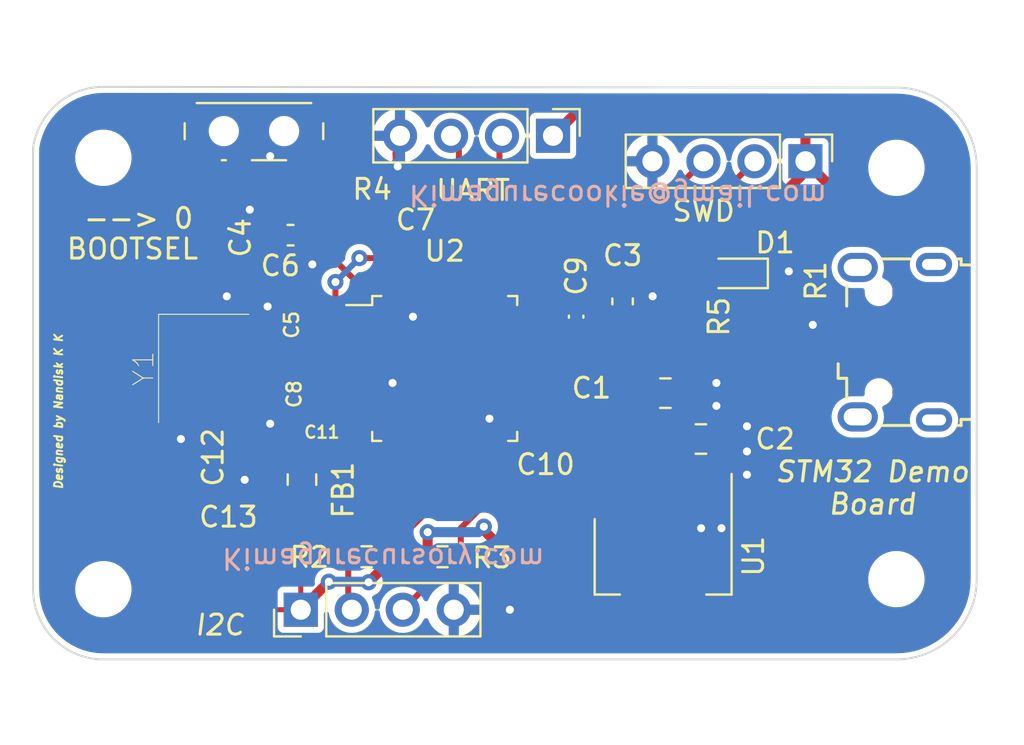
<source format=kicad_pcb>
(kicad_pcb (version 20211014) (generator pcbnew)
  (layers (0 "F.Cu" signal) (31 "B.Cu" power) (34 "B.Paste" user) (35 "F.Paste" user) (36 "B.SilkS" user "B.Silkscreen") (37 "F.SilkS" user "F.Silkscreen") (38 "B.Mask" user) (39 "F.Mask" user) (44 "Edge.Cuts" user))
  (net 0 "")
  (net 1 "VBUS")
  (net 2 "GND")
  (net 3 "+3.3V")
  (net 4 "/NRST")
  (net 5 "/HSE_IN")
  (net 6 "/HSE_OUT")
  (net 7 "+3.3VA")
  (net 8 "Net-(D1-Pad1)")
  (net 9 "/UART_TX")
  (net 10 "/UART_RX")
  (net 11 "/I2C_SCL")
  (net 12 "/I2C_SDA")
  (net 13 "/SW_DIO")
  (net 14 "/SW_CLK")
  (net 15 "/USB_D-")
  (net 16 "/USB_D+")
  (net 19 "Net-(R4-Pad1)")
  (net 20 "/BOOTSEL")
  (footprint "Capacitor_SMD:C_0805_2012Metric_Pad1.18x1.45mm_HandSolder" (layer "F.Cu") (at 151.578159 95.081241)
    (fp_text reference "C1" (at -3.683 -0.254) (layer "F.SilkS"))
    (fp_text value "22u")
    (fp_line (start -0.261252 -0.735) (end 0.261252 -0.735) (layer "F.SilkS") (width 0.12))
    (fp_line (start -0.261252 0.735) (end 0.261252 0.735) (layer "F.SilkS") (width 0.12))
    (pad "1" smd roundrect (at -1.0375 0) (size 1.175 1.45) (layers "F.Cu" "F.Paste" "F.Mask") (roundrect_rratio 0.2127659574) (net 1 "VBUS"))
    (pad "2" smd roundrect (at 1.0375 0) (size 1.175 1.45) (layers "F.Cu" "F.Paste" "F.Mask") (roundrect_rratio 0.2127659574) (net 2 "GND"))
  )
  (footprint "Connector_USB:USB_Micro-B_Wuerth_629105150521" (layer "F.Cu") (at 163.008159 92.541241 90)
    (fp_text reference "J4")
    (fp_text value "USB_B_Micro")
    (fp_line (start 1.8 -2.4) (end 2.8 -2.4) (layer "F.SilkS") (width 0.15))
    (fp_line (start -1.8 -2.825) (end -1.8 -2.4) (layer "F.SilkS") (width 0.15))
    (fp_line (start -1.8 -2.4) (end -2.8 -2.4) (layer "F.SilkS") (width 0.15))
    (fp_line (start 3.85 3.75) (end 3.85 3.3) (layer "F.SilkS") (width 0.15))
    (fp_line (start -4.15 3.3) (end -3.85 3.3) (layer "F.SilkS") (width 0.15))
    (fp_line (start -4.15 -0.65) (end -4.15 0.75) (layer "F.SilkS") (width 0.15))
    (fp_line (start 3.85 3.3) (end 4.15 3.3) (layer "F.SilkS") (width 0.15))
    (fp_line (start -4.15 3.15) (end -4.15 3.3) (layer "F.SilkS") (width 0.15))
    (fp_line (start -1.075 -2.825) (end -1.8 -2.825) (layer "F.SilkS") (width 0.15))
    (fp_line (start 4.15 3.3) (end 4.15 3.15) (layer "F.SilkS") (width 0.15))
    (fp_line (start -3.85 3.3) (end -3.85 3.75) (layer "F.SilkS") (width 0.15))
    (fp_line (start 4.15 0.75) (end 4.15 -0.65) (layer "F.SilkS") (width 0.15))
    (pad "" np_thru_hole oval (at -2.5 -0.8 90) (size 0.8 0.8) (drill 0.8) (layers *.Cu *.Mask))
    (pad "" np_thru_hole oval (at 2.5 -0.8 90) (size 0.8 0.8) (drill 0.8) (layers *.Cu *.Mask))
    (pad "1" smd rect (at -1.3 -1.9 90) (size 0.45 1.3) (layers "F.Cu" "F.Paste" "F.Mask") (net 1 "VBUS"))
    (pad "2" smd rect (at -0.65 -1.9 90) (size 0.45 1.3) (layers "F.Cu" "F.Paste" "F.Mask") (net 15 "/USB_D-"))
    (pad "3" smd rect (at 0 -1.9 90) (size 0.45 1.3) (layers "F.Cu" "F.Paste" "F.Mask") (net 16 "/USB_D+"))
    (pad "4" smd rect (at 0.65 -1.9 90) (size 0.45 1.3) (layers "F.Cu" "F.Paste" "F.Mask"))
    (pad "5" smd rect (at 1.3 -1.9 90) (size 0.45 1.3) (layers "F.Cu" "F.Paste" "F.Mask") (net 2 "GND"))
    (pad "6" thru_hole oval (at 3.725 -1.85 90) (size 1.45 2) (drill oval 0.85 1.4) (layers *.Cu *.Mask))
    (pad "6" thru_hole oval (at -3.875 1.95 90) (size 1.15 1.8) (drill oval 0.55 1.2) (layers *.Cu *.Mask))
    (pad "6" thru_hole oval (at -3.725 -1.85 90) (size 1.45 2) (drill oval 0.85 1.4) (layers *.Cu *.Mask))
    (pad "6" thru_hole oval (at 3.875 1.95 90) (size 1.15 1.8) (drill oval 0.55 1.2) (layers *.Cu *.Mask))
  )
  (footprint "Capacitor_SMD:C_0402_1005Metric_Pad0.74x0.62mm_HandSolder" (layer "F.Cu") (at 138.085159 87.491241)
    (fp_text reference "C7" (at 1.047 -1.046) (layer "F.SilkS"))
    (fp_text value "100n")
    (pad "1" smd roundrect (at -0.5675 0) (size 0.735 0.62) (layers "F.Cu" "F.Paste" "F.Mask") (net 3 "+3.3V"))
    (pad "2" smd roundrect (at 0.5675 0) (size 0.735 0.62) (layers "F.Cu" "F.Paste" "F.Mask") (net 2 "GND"))
  )
  (footprint "LED_SMD:LED_0603_1608Metric_Pad1.05x0.95mm_HandSolder" (layer "F.Cu") (at 155.021159 89.112241 180)
    (fp_text reference "D1" (at -2.018 1.524) (layer "F.SilkS"))
    (fp_text value "RED_LED")
    (fp_line (start 0.8 -0.735) (end -1.66 -0.735) (layer "F.SilkS") (width 0.12))
    (fp_line (start -1.66 -0.735) (end -1.66 0.735) (layer "F.SilkS") (width 0.12))
    (fp_line (start -1.66 0.735) (end 0.8 0.735) (layer "F.SilkS") (width 0.12))
    (pad "1" smd roundrect (at -0.875 0 180) (size 1.05 0.95) (layers "F.Cu" "F.Paste" "F.Mask") (net 8 "Net-(D1-Pad1)"))
    (pad "2" smd roundrect (at 0.875 0 180) (size 1.05 0.95) (layers "F.Cu" "F.Paste" "F.Mask") (net 3 "+3.3V"))
  )
  (footprint "MountingHole:MountingHole_2.2mm_M2" (layer "F.Cu") (at 163.085159 104.351241)
    (fp_text reference "H4")
    (fp_text value "MountingHole")
    (pad "" np_thru_hole circle (at 0 0) (size 2.2 2.2) (drill 2.2) (layers *.Cu *.Mask))
  )
  (footprint "MountingHole:MountingHole_2.2mm_M2" (layer "F.Cu") (at 163.085159 83.851241)
    (fp_text reference "H1")
    (fp_text value "MountingHole")
    (pad "" np_thru_hole circle (at 0 0) (size 2.2 2.2) (drill 2.2) (layers *.Cu *.Mask))
  )
  (footprint "Capacitor_SMD:C_0402_1005Metric_Pad0.74x0.62mm_HandSolder" (layer "F.Cu") (at 133.925159 90.255241 90)
    (fp_text reference "C6" (at 1.524 -1.524 180) (layer "F.SilkS"))
    (fp_text value "100n")
    (pad "1" smd roundrect (at -0.5675 0 90) (size 0.735 0.62) (layers "F.Cu" "F.Paste" "F.Mask") (net 3 "+3.3V"))
    (pad "2" smd roundrect (at 0.5675 0 90) (size 0.735 0.62) (layers "F.Cu" "F.Paste" "F.Mask") (net 2 "GND"))
  )
  (footprint "Package_TO_SOT_SMD:SOT-223-3_TabPin2" (layer "F.Cu") (at 151.465159 103.209241 -90)
    (fp_text reference "U1" (at 0 -4.5 90) (layer "F.SilkS"))
    (fp_text value "AMS1117-3.3")
    (fp_line (start 1.91 -3.41) (end 1.91 -2.15) (layer "F.SilkS") (width 0.12))
    (fp_line (start -1.85 3.41) (end 1.91 3.41) (layer "F.SilkS") (width 0.12))
    (fp_line (start 1.91 3.41) (end 1.91 2.15) (layer "F.SilkS") (width 0.12))
    (fp_line (start -4.1 -3.41) (end 1.91 -3.41) (layer "F.SilkS") (width 0.12))
    (pad "1" smd rect (at -3.15 -2.3 270) (size 2 1.5) (layers "F.Cu" "F.Paste" "F.Mask") (net 2 "GND"))
    (pad "2" smd rect (at 3.15 0 270) (size 2 3.8) (layers "F.Cu" "F.Paste" "F.Mask") (net 3 "+3.3V"))
    (pad "2" smd rect (at -3.15 0 270) (size 2 1.5) (layers "F.Cu" "F.Paste" "F.Mask") (net 3 "+3.3V"))
    (pad "3" smd rect (at -3.15 2.3 270) (size 2 1.5) (layers "F.Cu" "F.Paste" "F.Mask") (net 1 "VBUS"))
  )
  (footprint "Resistor_SMD:R_0603_1608Metric_Pad0.98x0.95mm_HandSolder" (layer "F.Cu") (at 140.476459 103.234641)
    (fp_text reference "R3" (at 2.4657 0.0508) (layer "F.SilkS"))
    (fp_text value "1K5")
    (fp_line (start -0.254724 -0.5225) (end 0.254724 -0.5225) (layer "F.SilkS") (width 0.12))
    (fp_line (start -0.254724 0.5225) (end 0.254724 0.5225) (layer "F.SilkS") (width 0.12))
    (pad "1" smd roundrect (at -0.9125 0) (size 0.975 0.95) (layers "F.Cu" "F.Paste" "F.Mask") (net 3 "+3.3V"))
    (pad "2" smd roundrect (at 0.9125 0) (size 0.975 0.95) (layers "F.Cu" "F.Paste" "F.Mask") (net 12 "/I2C_SDA"))
  )
  (footprint "Capacitor_SMD:C_0402_1005Metric_Pad0.74x0.62mm_HandSolder" (layer "F.Cu") (at 131.639159 98.256241 -90)
    (fp_text reference "C12" (at 0.0254 2.5908 90) (layer "F.SilkS"))
    (fp_text value "1u")
    (pad "1" smd roundrect (at -0.5675 0 270) (size 0.735 0.62) (layers "F.Cu" "F.Paste" "F.Mask") (net 7 "+3.3VA"))
    (pad "2" smd roundrect (at 0.5675 0 270) (size 0.735 0.62) (layers "F.Cu" "F.Paste" "F.Mask") (net 2 "GND"))
  )
  (footprint "Capacitor_SMD:C_0402_1005Metric_Pad0.74x0.62mm_HandSolder" (layer "F.Cu") (at 131.639159 100.796241 90)
    (fp_text reference "C13" (at -0.4572 -1.8288 180) (layer "F.SilkS"))
    (fp_text value "1u")
    (pad "1" smd roundrect (at -0.5675 0 90) (size 0.735 0.62) (layers "F.Cu" "F.Paste" "F.Mask") (net 3 "+3.3V"))
    (pad "2" smd roundrect (at 0.5675 0 90) (size 0.735 0.62) (layers "F.Cu" "F.Paste" "F.Mask") (net 2 "GND"))
  )
  (footprint "Inductor_SMD:L_0805_2012Metric_Pad1.15x1.40mm_HandSolder" (layer "F.Cu") (at 133.477 99.3902 -90)
    (fp_text reference "FB1" (at 0.522759 -2.050841 -90) (layer "F.SilkS"))
    (fp_text value "120R")
    (fp_line (start -0.261252 -0.71) (end 0.261252 -0.71) (layer "F.SilkS") (width 0.12))
    (fp_line (start -0.261252 0.71) (end 0.261252 0.71) (layer "F.SilkS") (width 0.12))
    (pad "1" smd roundrect (at -1.025 0 270) (size 1.15 1.4) (layers "F.Cu" "F.Paste" "F.Mask") (roundrect_rratio 0.2173913043) (net 7 "+3.3VA"))
    (pad "2" smd roundrect (at 1.025 0 270) (size 1.15 1.4) (layers "F.Cu" "F.Paste" "F.Mask") (roundrect_rratio 0.2173913043) (net 3 "+3.3V"))
  )
  (footprint "Connector_PinHeader_2.54mm:PinHeader_1x04_P2.54mm_Vertical" (layer "F.Cu") (at 133.417159 105.876241 90)
    (fp_text reference "J2")
    (fp_text value "Conn_01x04_Male")
    (fp_line (start -1.33 0) (end -1.33 -1.33) (layer "F.SilkS") (width 0.12))
    (fp_line (start -1.33 -1.33) (end 0 -1.33) (layer "F.SilkS") (width 0.12))
    (fp_line (start -1.33 1.27) (end -1.33 8.95) (layer "F.SilkS") (width 0.12))
    (fp_line (start 1.33 1.27) (end 1.33 8.95) (layer "F.SilkS") (width 0.12))
    (fp_line (start -1.33 8.95) (end 1.33 8.95) (layer "F.SilkS") (width 0.12))
    (fp_line (start -1.33 1.27) (end 1.33 1.27) (layer "F.SilkS") (width 0.12))
    (pad "1" thru_hole rect (at 0 0 90) (size 1.7 1.7) (drill 1) (layers *.Cu *.Mask) (net 3 "+3.3V"))
    (pad "2" thru_hole oval (at 0 2.54 90) (size 1.7 1.7) (drill 1) (layers *.Cu *.Mask) (net 11 "/I2C_SCL"))
    (pad "3" thru_hole oval (at 0 5.08 90) (size 1.7 1.7) (drill 1) (layers *.Cu *.Mask) (net 12 "/I2C_SDA"))
    (pad "4" thru_hole oval (at 0 7.62 90) (size 1.7 1.7) (drill 1) (layers *.Cu *.Mask) (net 2 "GND"))
  )
  (footprint "Resistor_SMD:R_0603_1608Metric_Pad0.98x0.95mm_HandSolder" (layer "F.Cu") (at 136.695659 103.234641 180)
    (fp_text reference "R2" (at 2.8467 -0.0254 180) (layer "F.SilkS"))
    (fp_text value "1K5")
    (fp_line (start -0.254724 -0.5225) (end 0.254724 -0.5225) (layer "F.SilkS") (width 0.12))
    (fp_line (start -0.254724 0.5225) (end 0.254724 0.5225) (layer "F.SilkS") (width 0.12))
    (pad "1" smd roundrect (at -0.9125 0 180) (size 0.975 0.95) (layers "F.Cu" "F.Paste" "F.Mask") (net 3 "+3.3V"))
    (pad "2" smd roundrect (at 0.9125 0 180) (size 0.975 0.95) (layers "F.Cu" "F.Paste" "F.Mask") (net 11 "/I2C_SCL"))
  )
  (footprint "Capacitor_SMD:C_0603_1608Metric_Pad1.08x0.95mm_HandSolder" (layer "F.Cu") (at 132.909159 87.207241 180)
    (fp_text reference "C4" (at 2.5 -0.127 90) (layer "F.SilkS"))
    (fp_text value "100n")
    (fp_line (start -0.146267 -0.51) (end 0.146267 -0.51) (layer "F.SilkS") (width 0.12))
    (fp_line (start -0.146267 0.51) (end 0.146267 0.51) (layer "F.SilkS") (width 0.12))
    (pad "1" smd roundrect (at -0.8625 0 180) (size 1.075 0.95) (layers "F.Cu" "F.Paste" "F.Mask") (net 4 "/NRST"))
    (pad "2" smd roundrect (at 0.8625 0 180) (size 1.075 0.95) (layers "F.Cu" "F.Paste" "F.Mask") (net 2 "GND"))
  )
  (footprint "MountingHole:MountingHole_2.2mm_M2" (layer "F.Cu") (at 123.585159 83.351241)
    (fp_text reference "H2")
    (fp_text value "MountingHole")
    (pad "" np_thru_hole circle (at 0 0) (size 2.2 2.2) (drill 2.2) (layers *.Cu *.Mask))
  )
  (footprint "Capacitor_SMD:C_0402_1005Metric_Pad0.74x0.62mm_HandSolder" (layer "F.Cu") (at 131.893159 94.954241 -90)
    (fp_text reference "C8" (at 0.1778 -1.1938 -90) (layer "F.SilkS") (effects (font (size 0.7 0.7) (thickness 0.125))))
    (fp_text value "10p")
    (pad "1" smd roundrect (at -0.5675 0 270) (size 0.735 0.62) (layers "F.Cu" "F.Paste" "F.Mask") (net 6 "/HSE_OUT"))
    (pad "2" smd roundrect (at 0.5675 0 270) (size 0.735 0.62) (layers "F.Cu" "F.Paste" "F.Mask") (net 2 "GND"))
  )
  (footprint "Capacitor_SMD:C_0402_1005Metric_Pad0.74x0.62mm_HandSolder" (layer "F.Cu") (at 143.831159 100.161241 180)
    (fp_text reference "C10" (at -1.778 1.524 180) (layer "F.SilkS"))
    (fp_text value "100n")
    (pad "1" smd roundrect (at -0.5675 0 180) (size 0.735 0.62) (layers "F.Cu" "F.Paste" "F.Mask") (net 3 "+3.3V"))
    (pad "2" smd roundrect (at 0.5675 0 180) (size 0.735 0.62) (layers "F.Cu" "F.Paste" "F.Mask") (net 2 "GND"))
  )
  (footprint "Capacitor_SMD:C_0402_1005Metric_Pad0.74x0.62mm_HandSolder" (layer "F.Cu") (at 147.133159 91.271241 -90)
    (fp_text reference "C9" (at -2.032 0 -90) (layer "F.SilkS"))
    (fp_text value "100n")
    (fp_line (start -0.05 -0.36) (end 0.05 -0.36) (layer "F.SilkS") (width 0.12))
    (fp_line (start -0.05 0.36) (end 0.05 0.36) (layer "F.SilkS") (width 0.12))
    (pad "1" smd roundrect (at -0.5675 0 270) (size 0.735 0.62) (layers "F.Cu" "F.Paste" "F.Mask") (net 3 "+3.3V"))
    (pad "2" smd roundrect (at 0.5675 0 270) (size 0.735 0.62) (layers "F.Cu" "F.Paste" "F.Mask") (net 2 "GND"))
  )
  (footprint "Connector_PinHeader_2.54mm:PinHeader_1x04_P2.54mm_Vertical" (layer "F.Cu") (at 158.553159 83.524241 -90)
    (fp_text reference "J3")
    (fp_text value "Conn_01x04_Male")
    (fp_line (start -1.33 1.27) (end -1.33 8.95) (layer "F.SilkS") (width 0.12))
    (fp_line (start -1.33 1.27) (end 1.33 1.27) (layer "F.SilkS") (width 0.12))
    (fp_line (start -1.33 8.95) (end 1.33 8.95) (layer "F.SilkS") (width 0.12))
    (fp_line (start -1.33 -1.33) (end 0 -1.33) (layer "F.SilkS") (width 0.12))
    (fp_line (start 1.33 1.27) (end 1.33 8.95) (layer "F.SilkS") (width 0.12))
    (fp_line (start -1.33 0) (end -1.33 -1.33) (layer "F.SilkS") (width 0.12))
    (pad "1" thru_hole rect (at 0 0 270) (size 1.7 1.7) (drill 1) (layers *.Cu *.Mask) (net 3 "+3.3V"))
    (pad "2" thru_hole oval (at 0 2.54 270) (size 1.7 1.7) (drill 1) (layers *.Cu *.Mask) (net 13 "/SW_DIO"))
    (pad "3" thru_hole oval (at 0 5.08 270) (size 1.7 1.7) (drill 1) (layers *.Cu *.Mask) (net 14 "/SW_CLK"))
    (pad "4" thru_hole oval (at 0 7.62 270) (size 1.7 1.7) (drill 1) (layers *.Cu *.Mask) (net 2 "GND"))
  )
  (footprint "Package_QFP:LQFP-48_7x7mm_P0.5mm" (layer "F.Cu") (at 140.585159 93.851241)
    (fp_text reference "U2" (at 0 -5.85) (layer "F.SilkS"))
    (fp_text value "STM32F103C8Tx")
    (fp_line (start 3.61 3.61) (end 3.61 3.16) (layer "F.SilkS") (width 0.12))
    (fp_line (start -3.61 -3.16) (end -4.9 -3.16) (layer "F.SilkS") (width 0.12))
    (fp_line (start 3.16 3.61) (end 3.61 3.61) (layer "F.SilkS") (width 0.12))
    (fp_line (start -3.16 3.61) (end -3.61 3.61) (layer "F.SilkS") (width 0.12))
    (fp_line (start -3.16 -3.61) (end -3.61 -3.61) (layer "F.SilkS") (width 0.12))
    (fp_line (start -3.61 3.61) (end -3.61 3.16) (layer "F.SilkS") (width 0.12))
    (fp_line (start -3.61 -3.61) (end -3.61 -3.16) (layer "F.SilkS") (width 0.12))
    (fp_line (start 3.16 -3.61) (end 3.61 -3.61) (layer "F.SilkS") (width 0.12))
    (fp_line (start 3.61 -3.61) (end 3.61 -3.16) (layer "F.SilkS") (width 0.12))
    (pad "1" smd roundrect (at -4.1625 -2.75) (size 1.475 0.3) (layers "F.Cu" "F.Paste" "F.Mask") (net 3 "+3.3V"))
    (pad "2" smd roundrect (at -4.1625 -2.25) (size 1.475 0.3) (layers "F.Cu" "F.Paste" "F.Mask"))
    (pad "3" smd roundrect (at -4.1625 -1.75) (size 1.475 0.3) (layers "F.Cu" "F.Paste" "F.Mask"))
    (pad "4" smd roundrect (at -4.1625 -1.25) (size 1.475 0.3) (layers "F.Cu" "F.Paste" "F.Mask"))
    (pad "5" smd roundrect (at -4.1625 -0.75) (size 1.475 0.3) (layers "F.Cu" "F.Paste" "F.Mask") (net 5 "/HSE_IN"))
    (pad "6" smd roundrect (at -4.1625 -0.25) (size 1.475 0.3) (layers "F.Cu" "F.Paste" "F.Mask") (net 6 "/HSE_OUT"))
    (pad "7" smd roundrect (at -4.1625 0.25) (size 1.475 0.3) (layers "F.Cu" "F.Paste" "F.Mask") (net 4 "/NRST"))
    (pad "8" smd roundrect (at -4.1625 0.75) (size 1.475 0.3) (layers "F.Cu" "F.Paste" "F.Mask") (net 2 "GND"))
    (pad "9" smd roundrect (at -4.1625 1.25) (size 1.475 0.3) (layers "F.Cu" "F.Paste" "F.Mask") (net 7 "+3.3VA"))
    (pad "10" smd roundrect (at -4.1625 1.75) (size 1.475 0.3) (layers "F.Cu" "F.Paste" "F.Mask"))
    (pad "11" smd roundrect (at -4.1625 2.25) (size 1.475 0.3) (layers "F.Cu" "F.Paste" "F.Mask"))
    (pad "12" smd roundrect (at -4.1625 2.75) (size 1.475 0.3) (layers "F.Cu" "F.Paste" "F.Mask"))
    (pad "13" smd roundrect (at -2.75 4.1625) (size 0.3 1.475) (layers "F.Cu" "F.Paste" "F.Mask"))
    (pad "14" smd roundrect (at -2.25 4.1625) (size 0.3 1.475) (layers "F.Cu" "F.Paste" "F.Mask"))
    (pad "15" smd roundrect (at -1.75 4.1625) (size 0.3 1.475) (layers "F.Cu" "F.Paste" "F.Mask"))
    (pad "16" smd roundrect (at -1.25 4.1625) (size 0.3 1.475) (layers "F.Cu" "F.Paste" "F.Mask"))
    (pad "17" smd roundrect (at -0.75 4.1625) (size 0.3 1.475) (layers "F.Cu" "F.Paste" "F.Mask"))
    (pad "18" smd roundrect (at -0.25 4.1625) (size 0.3 1.475) (layers "F.Cu" "F.Paste" "F.Mask"))
    (pad "19" smd roundrect (at 0.25 4.1625) (size 0.3 1.475) (layers "F.Cu" "F.Paste" "F.Mask"))
    (pad "20" smd roundrect (at 0.75 4.1625) (size 0.3 1.475) (layers "F.Cu" "F.Paste" "F.Mask"))
    (pad "21" smd roundrect (at 1.25 4.1625) (size 0.3 1.475) (layers "F.Cu" "F.Paste" "F.Mask") (net 11 "/I2C_SCL"))
    (pad "22" smd roundrect (at 1.75 4.1625) (size 0.3 1.475) (layers "F.Cu" "F.Paste" "F.Mask") (net 12 "/I2C_SDA"))
    (pad "23" smd roundrect (at 2.25 4.1625) (size 0.3 1.475) (layers "F.Cu" "F.Paste" "F.Mask") (net 2 "GND"))
    (pad "24" smd roundrect (at 2.75 4.1625) (size 0.3 1.475) (layers "F.Cu" "F.Paste" "F.Mask") (net 3 "+3.3V"))
    (pad "25" smd roundrect (at 4.1625 2.75) (size 1.475 0.3) (layers "F.Cu" "F.Paste" "F.Mask"))
    (pad "26" smd roundrect (at 4.1625 2.25) (size 1.475 0.3) (layers "F.Cu" "F.Paste" "F.Mask"))
    (pad "27" smd roundrect (at 4.1625 1.75) (size 1.475 0.3) (layers "F.Cu" "F.Paste" "F.Mask"))
    (pad "28" smd roundrect (at 4.1625 1.25) (size 1.475 0.3) (layers "F.Cu" "F.Paste" "F.Mask"))
    (pad "29" smd roundrect (at 4.1625 0.75) (size 1.475 0.3) (layers "F.Cu" "F.Paste" "F.Mask"))
    (pad "30" smd roundrect (at 4.1625 0.25) (size 1.475 0.3) (layers "F.Cu" "F.Paste" "F.Mask"))
    (pad "31" smd roundrect (at 4.1625 -0.25) (size 1.475 0.3) (layers "F.Cu" "F.Paste" "F.Mask"))
    (pad "32" smd roundrect (at 4.1625 -0.75) (size 1.475 0.3) (layers "F.Cu" "F.Paste" "F.Mask") (net 15 "/USB_D-"))
    (pad "33" smd roundrect (at 4.1625 -1.25) (size 1.475 0.3) (layers "F.Cu" "F.Paste" "F.Mask") (net 16 "/USB_D+"))
    (pad "34" smd roundrect (at 4.1625 -1.75) (size 1.475 0.3) (layers "F.Cu" "F.Paste" "F.Mask") (net 13 "/SW_DIO"))
    (pad "35" smd roundrect (at 4.1625 -2.25) (size 1.475 0.3) (layers "F.Cu" "F.Paste" "F.Mask") (net 2 "GND"))
    (pad "36" smd roundrect (at 4.1625 -2.75) (size 1.475 0.3) (layers "F.Cu" "F.Paste" "F.Mask") (net 3 "+3.3V"))
    (pad "37" smd roundrect (at 2.75 -4.1625) (size 0.3 1.475) (layers "F.Cu" "F.Paste" "F.Mask") (net 14 "/SW_CLK"))
    (pad "38" smd roundrect (at 2.25 -4.1625) (size 0.3 1.475) (layers "F.Cu" "F.Paste" "F.Mask"))
    (pad "39" smd roundrect (at 1.75 -4.1625) (size 0.3 1.475) (layers "F.Cu" "F.Paste" "F.Mask"))
    (pad "40" smd roundrect (at 1.25 -4.1625) (size 0.3 1.475) (layers "F.Cu" "F.Paste" "F.Mask"))
    (pad "41" smd roundrect (at 0.75 -4.1625) (size 0.3 1.475) (layers "F.Cu" "F.Paste" "F.Mask"))
    (pad "42" smd roundrect (at 0.25 -4.1625) (size 0.3 1.475) (layers "F.Cu" "F.Paste" "F.Mask") (net 9 "/UART_TX"))
    (pad "43" smd roundrect (at -0.25 -4.1625) (size 0.3 1.475) (layers "F.Cu" "F.Paste" "F.Mask") (net 10 "/UART_RX"))
    (pad "44" smd roundrect (at -0.75 -4.1625) (size 0.3 1.475) (layers "F.Cu" "F.Paste" "F.Mask") (net 20 "/BOOTSEL"))
    (pad "45" smd roundrect (at -1.25 -4.1625) (size 0.3 1.475) (layers "F.Cu" "F.Paste" "F.Mask"))
    (pad "46" smd roundrect (at -1.75 -4.1625) (size 0.3 1.475) (layers "F.Cu" "F.Paste" "F.Mask"))
    (pad "47" smd roundrect (at -2.25 -4.1625) (size 0.3 1.475) (layers "F.Cu" "F.Paste" "F.Mask") (net 2 "GND"))
    (pad "48" smd roundrect (at -2.75 -4.1625) (size 0.3 1.475) (layers "F.Cu" "F.Paste" "F.Mask") (net 3 "+3.3V"))
  )
  (footprint "Button_Switch_SMD:SW_SPDT_PCM12" (layer "F.Cu") (at 131.085159 82.351241 180)
    (fp_text reference "SW1")
    (fp_text value "SW_SPDT")
    (fp_line (start -1.6 -1.12) (end 0.1 -1.12) (layer "F.SilkS") (width 0.12))
    (fp_line (start -2.85 1.73) (end 2.85 1.73) (layer "F.SilkS") (width 0.12))
    (fp_line (start 3.45 0.72) (end 3.45 -0.07) (layer "F.SilkS") (width 0.12))
    (fp_line (start -3.45 -0.07) (end -3.45 0.72) (layer "F.SilkS") (width 0.12))
    (fp_line (start 1.4 -1.12) (end 1.6 -1.12) (layer "F.SilkS") (width 0.12))
    (pad "" np_thru_hole circle (at 1.5 0.33 180) (size 0.9 0.9) (drill 0.9) (layers *.Cu *.Mask))
    (pad "" smd rect (at -3.65 -0.78 180) (size 1 0.8) (layers "F.Cu" "F.Paste" "F.Mask"))
    (pad "" smd rect (at -3.65 1.43 180) (size 1 0.8) (layers "F.Cu" "F.Paste" "F.Mask"))
    (pad "" smd rect (at 3.65 -0.78 180) (size 1 0.8) (layers "F.Cu" "F.Paste" "F.Mask"))
    (pad "" smd rect (at 3.65 1.43 180) (size 1 0.8) (layers "F.Cu" "F.Paste" "F.Mask"))
    (pad "" np_thru_hole circle (at -1.5 0.33 180) (size 0.9 0.9) (drill 0.9) (layers *.Cu *.Mask))
    (pad "1" smd rect (at -2.25 -1.43 180) (size 0.7 1.5) (layers "F.Cu" "F.Paste" "F.Mask") (net 2 "GND"))
    (pad "2" smd rect (at 0.75 -1.43 180) (size 0.7 1.5) (layers "F.Cu" "F.Paste" "F.Mask") (net 19 "Net-(R4-Pad1)"))
    (pad "3" smd rect (at 2.25 -1.43 180) (size 0.7 1.5) (layers "F.Cu" "F.Paste" "F.Mask") (net 3 "+3.3V"))
  )
  (footprint "Capacitor_SMD:C_0603_1608Metric_Pad1.08x0.95mm_HandSolder" (layer "F.Cu") (at 149.445659 90.509241 -90)
    (fp_text reference "C3" (at -2.286 0) (layer "F.SilkS"))
    (fp_text value "10u")
    (fp_line (start -0.146267 -0.51) (end 0.146267 -0.51) (layer "F.SilkS") (width 0.12))
    (fp_line (start -0.146267 0.51) (end 0.146267 0.51) (layer "F.SilkS") (width 0.12))
    (pad "1" smd roundrect (at -0.8625 0 270) (size 1.075 0.95) (layers "F.Cu" "F.Paste" "F.Mask") (net 3 "+3.3V"))
    (pad "2" smd roundrect (at 0.8625 0 270) (size 1.075 0.95) (layers "F.Cu" "F.Paste" "F.Mask") (net 2 "GND"))
  )
  (footprint "MountingHole:MountingHole_2.2mm_M2" (layer "F.Cu") (at 123.585159 104.851241)
    (fp_text reference "H3")
    (fp_text value "MountingHole")
    (pad "" np_thru_hole circle (at 0 0) (size 2.2 2.2) (drill 2.2) (layers *.Cu *.Mask))
  )
  (footprint "Connector_PinHeader_2.54mm:PinHeader_1x04_P2.54mm_Vertical" (layer "F.Cu") (at 145.980159 82.254241 -90)
    (fp_text reference "J1")
    (fp_text value "Conn_01x04_Male")
    (fp_line (start 1.33 1.27) (end 1.33 8.95) (layer "F.SilkS") (width 0.12))
    (fp_line (start -1.33 1.27) (end 1.33 1.27) (layer "F.SilkS") (width 0.12))
    (fp_line (start -1.33 1.27) (end -1.33 8.95) (layer "F.SilkS") (width 0.12))
    (fp_line (start -1.33 8.95) (end 1.33 8.95) (layer "F.SilkS") (width 0.12))
    (fp_line (start -1.33 0) (end -1.33 -1.33) (layer "F.SilkS") (width 0.12))
    (fp_line (start -1.33 -1.33) (end 0 -1.33) (layer "F.SilkS") (width 0.12))
    (pad "1" thru_hole rect (at 0 0 270) (size 1.7 1.7) (drill 1) (layers *.Cu *.Mask) (net 3 "+3.3V"))
    (pad "2" thru_hole oval (at 0 2.54 270) (size 1.7 1.7) (drill 1) (layers *.Cu *.Mask) (net 9 "/UART_TX"))
    (pad "3" thru_hole oval (at 0 5.08 270) (size 1.7 1.7) (drill 1) (layers *.Cu *.Mask) (net 10 "/UART_RX"))
    (pad "4" thru_hole oval (at 0 7.62 270) (size 1.7 1.7) (drill 1) (layers *.Cu *.Mask) (net 2 "GND"))
  )
  (footprint "Resistor_SMD:R_0402_1005Metric_Pad0.72x0.64mm_HandSolder" (layer "F.Cu") (at 151.959159 91.398241 -90)
    (fp_text reference "R5" (at -0.127 -2.286 90) (layer "F.SilkS"))
    (fp_text value "1K5")
    (pad "1" smd roundrect (at -0.5975 0 270) (size 0.715 0.64) (layers "F.Cu" "F.Paste" "F.Mask") (net 3 "+3.3V"))
    (pad "2" smd roundrect (at 0.5975 0 270) (size 0.715 0.64) (layers "F.Cu" "F.Paste" "F.Mask") (net 16 "/USB_D+"))
  )
  (footprint "Capacitor_SMD:C_0402_1005Metric_Pad0.74x0.62mm_HandSolder" (layer "F.Cu") (at 131.766159 92.414241 90)
    (fp_text reference "C5" (at 0.7366 1.1938 270) (layer "F.SilkS") (effects (font (size 0.7 0.7) (thickness 0.125))))
    (fp_text value "10p")
    (pad "1" smd roundrect (at -0.5675 0 90) (size 0.735 0.62) (layers "F.Cu" "F.Paste" "F.Mask") (net 5 "/HSE_IN"))
    (pad "2" smd roundrect (at 0.5675 0 90) (size 0.735 0.62) (layers "F.Cu" "F.Paste" "F.Mask") (net 2 "GND"))
  )
  (footprint "Capacitor_SMD:C_0402_1005Metric_Pad0.74x0.62mm_HandSolder" (layer "F.Cu") (at 134.560159 95.335241 90)
    (fp_text reference "C11" (at -1.692759 -0.092559 180) (layer "F.SilkS") (effects (font (size 0.6 0.6) (thickness 0.12))))
    (fp_text value "10n")
    (pad "1" smd roundrect (at -0.5675 0 90) (size 0.735 0.62) (layers "F.Cu" "F.Paste" "F.Mask") (net 7 "+3.3VA"))
    (pad "2" smd roundrect (at 0.5675 0 90) (size 0.735 0.62) (layers "F.Cu" "F.Paste" "F.Mask") (net 2 "GND"))
  )
  (footprint "Capacitor_SMD:C_0805_2012Metric_Pad1.18x1.45mm_HandSolder" (layer "F.Cu") (at 153.346411 97.367241)
    (fp_text reference "C2" (at 3.692748 0 180) (layer "F.SilkS"))
    (fp_text value "22u")
    (fp_line (start -0.261252 0.735) (end 0.261252 0.735) (layer "F.SilkS") (width 0.12))
    (fp_line (start -0.261252 -0.735) (end 0.261252 -0.735) (layer "F.SilkS") (width 0.12))
    (pad "1" smd roundrect (at -1.0375 0) (size 1.175 1.45) (layers "F.Cu" "F.Paste" "F.Mask") (roundrect_rratio 0.2127659574) (net 3 "+3.3V"))
    (pad "2" smd roundrect (at 1.0375 0) (size 1.175 1.45) (layers "F.Cu" "F.Paste" "F.Mask") (roundrect_rratio 0.2127659574) (net 2 "GND"))
  )
  (footprint "Resistor_SMD:R_0402_1005Metric_Pad0.72x0.64mm_HandSolder" (layer "F.Cu") (at 157.166159 90.509241)
    (fp_text reference "R1" (at 1.905 -1.016 90) (layer "F.SilkS"))
    (fp_text value "1K5")
    (pad "1" smd roundrect (at -0.5975 0) (size 0.715 0.64) (layers "F.Cu" "F.Paste" "F.Mask") (net 8 "Net-(D1-Pad1)"))
    (pad "2" smd roundrect (at 0.5975 0) (size 0.715 0.64) (layers "F.Cu" "F.Paste" "F.Mask") (net 2 "GND"))
  )
  (footprint "Crystal:Crystal_SMD_3225-4Pin_3.2x2.5mm_HandSoldering" (layer "F.Cu") (at 128.585159 93.851241 -90)
    (fp_text reference "Y1" (at 0 3 -90) (layer "F.SilkS") (effects (font (thickness 0.05))))
    (fp_text value "16MHz")
    (fp_line (start -2.7 2.25) (end 2.7 2.25) (layer "F.SilkS") (width 0.05))
    (fp_line (start -2.7 -2.25) (end -2.7 2.25) (layer "F.SilkS") (width 0.05))
    (pad "1" smd rect (at -1.45 1.15 270) (size 2.1 1.8) (layers "F.Cu" "F.Paste" "F.Mask") (net 5 "/HSE_IN"))
    (pad "2" smd rect (at 1.45 1.15 270) (size 2.1 1.8) (layers "F.Cu" "F.Paste" "F.Mask") (net 2 "GND"))
    (pad "3" smd rect (at 1.45 -1.15 270) (size 2.1 1.8) (layers "F.Cu" "F.Paste" "F.Mask") (net 6 "/HSE_OUT"))
    (pad "4" smd rect (at -1.45 -1.15 270) (size 2.1 1.8) (layers "F.Cu" "F.Paste" "F.Mask") (net 2 "GND"))
  )
  (footprint "Resistor_SMD:R_0402_1005Metric_Pad0.72x0.64mm_HandSolder" (layer "F.Cu") (at 134.941159 85.810241)
    (fp_text reference "R4" (at 2.032 -0.889) (layer "F.SilkS"))
    (fp_text value "10k")
    (pad "1" smd roundrect (at -0.5975 0) (size 0.715 0.64) (layers "F.Cu" "F.Paste" "F.Mask") (net 19 "Net-(R4-Pad1)"))
    (pad "2" smd roundrect (at 0.5975 0) (size 0.715 0.64) (layers "F.Cu" "F.Paste" "F.Mask") (net 20 "/BOOTSEL"))
  )
  (gr_arc (start 163.085159 79.851241) (mid 165.913586 81.022814) (end 167.085159 83.851241) (layer "Edge.Cuts") (width 0.1))
  (gr_line (start 167.085159 83.851241) (end 167.085159 104.351241) (layer "Edge.Cuts") (width 0.1))
  (gr_line (start 123.585159 79.815708) (end 163.085159 79.851241) (layer "Edge.Cuts") (width 0.1))
  (gr_line (start 120.085159 82.851241) (end 120.085159 104.851241) (layer "Edge.Cuts") (width 0.1))
  (gr_line (start 123.585159 108.351241) (end 163.085159 108.351241) (layer "Edge.Cuts") (width 0.1))
  (gr_arc (start 120.08516 82.851241) (mid 121.268672 80.680309) (end 123.585159 79.815708) (layer "Edge.Cuts") (width 0.1))
  (gr_arc (start 167.085159 104.351241) (mid 165.913586 107.179668) (end 163.085159 108.351241) (layer "Edge.Cuts") (width 0.1))
  (gr_arc (start 123.585159 108.351241) (mid 121.110285 107.326115) (end 120.085159 104.851241) (layer "Edge.Cuts") (width 0.1))
  (gr_text "Kimagurecookie@gmail.com" (at 149.215959 85.226041 180) (layer "B.SilkS") (effects (font (size 1 1)) (justify mirror)))
  (gr_text "Kimagurecursory.com\n\n" (at 137.531959 102.523441 180) (layer "B.SilkS") (effects (font (size 1 1)) (justify mirror)))
  (gr_text "UART" (at 142.002359 84.972041) (layer "F.SilkS") (effects (font (size 1 1))))
  (gr_text "SWD" (at 153.483159 86.013441) (layer "F.SilkS") (effects (font (size 1 1))))
  (gr_text "Designed by Nandisk K K" (at 121.352159 95.995641 90) (layer "F.SilkS") (effects (font (size 0.4 0.4) (thickness 0.1) italic)))
  (gr_text "STM32 Demo\nBoard" (at 161.890559 99.805641) (layer "F.SilkS") (effects (font (size 1 1) (thickness 0.16) italic)))
  (gr_text "--> 0" (at 125.339959 86.369041) (layer "F.SilkS") (effects (font (size 1 1))))
  (gr_text "BOOTSEL\n" (at 125.035159 87.893041) (layer "F.SilkS") (effects (font (size 1 1))))
  (gr_text "I2C" (at 129.378559 106.638241) (layer "F.SilkS") (effects (font (size 1 1) (thickness 0.15) italic)))
  (segment (start 150.562159 93.557241) (end 150.540659 93.578741) (width 0.25) (layer "F.Cu") (net 1))
  (segment (start 154.665464 93.841241) (end 154.381464 93.557241) (width 0.25) (layer "F.Cu") (net 1))
  (segment (start 154.381464 93.557241) (end 150.562159 93.557241) (width 0.25) (layer "F.Cu") (net 1))
  (segment (start 150.540659 93.578741) (end 150.540659 95.081241) (width 0.25) (layer "F.Cu") (net 1))
  (segment (start 161.108159 93.841241) (end 154.665464 93.841241) (width 0.25) (layer "F.Cu") (net 1))
  (segment (start 158.918759 91.677641) (end 159.355159 91.241241) (width 0.25) (layer "F.Cu") (net 2))
  (segment (start 142.835159 99.732741) (end 143.263659 100.161241) (width 0.25) (layer "F.Cu") (net 2))
  (segment (start 147.446659 91.838741) (end 147.913659 91.371741) (width 0.3) (layer "F.Cu") (net 2))
  (segment (start 127.435159 95.301241) (end 127.435159 97.354241) (width 0.5) (layer "F.Cu") (net 2))
  (segment (start 142.835159 96.371241) (end 142.815159 96.351241) (width 0.25) (layer "F.Cu") (net 2))
  (segment (start 149.826659 91.371741) (end 150.943159 90.255241) (width 0.3) (layer "F.Cu") (net 2))
  (segment (start 138.335159 88.385241) (end 138.335159 89.688741) (width 0.3) (layer "F.Cu") (net 2))
  (segment (start 138.652659 87.491241) (end 138.652659 88.067741) (width 0.3) (layer "F.Cu") (net 2))
  (segment (start 146.193159 91.601241) (end 146.430659 91.838741) (width 0.3) (layer "F.Cu") (net 2))
  (segment (start 138.243159 83.778241) (end 138.243159 83.153241) (width 0.5) (layer "F.Cu") (net 2))
  (segment (start 138.243159 83.153241) (end 138.233159 83.143241) (width 0.5) (layer "F.Cu") (net 2))
  (segment (start 134.726659 94.601241) (end 134.560159 94.767741) (width 0.25) (layer "F.Cu") (net 2))
  (segment (start 138.652659 88.067741) (end 138.335159 88.385241) (width 0.3) (layer "F.Cu") (net 2))
  (segment (start 149.445659 91.371741) (end 149.826659 91.371741) (width 0.3) (layer "F.Cu") (net 2))
  (segment (start 131.893159 95.521741) (end 131.893159 96.605241) (width 0.25) (layer "F.Cu") (net 2))
  (segment (start 147.913659 91.371741) (end 149.445659 91.371741) (width 0.3) (layer "F.Cu") (net 2))
  (segment (start 157.763659 89.049341) (end 157.763659 90.509241) (width 0.25) (layer "F.Cu") (net 2))
  (segment (start 129.735159 92.401241) (end 129.735159 90.256241) (width 0.5) (layer "F.Cu") (net 2))
  (segment (start 159.355159 91.241241) (end 161.108159 91.241241) (width 0.25) (layer "F.Cu") (net 2))
  (segment (start 142.835159 98.013741) (end 142.835159 99.732741) (width 0.25) (layer "F.Cu") (net 2))
  (segment (start 138.335159 89.688741) (end 138.335159 90.601241) (width 0.3) (layer "F.Cu") (net 2))
  (segment (start 142.835159 98.013741) (end 142.835159 96.371241) (width 0.25) (layer "F.Cu") (net 2))
  (segment (start 132.404159 83.781241) (end 131.893159 83.270241) (width 0.3) (layer "F.Cu") (net 2))
  (segment (start 127.435159 97.354241) (end 127.448159 97.367241) (width 0.5) (layer "F.Cu") (net 2))
  (segment (start 133.335159 83.781241) (end 132.404159 83.781241) (width 0.3) (layer "F.Cu") (net 2))
  (segment (start 157.724959 89.010641) (end 157.763659 89.049341) (width 0.25) (layer "F.Cu") (net 2))
  (segment (start 138.335159 90.601241) (end 139.005159 91.271241) (width 0.3) (layer "F.Cu") (net 2))
  (segment (start 137.961159 94.601241) (end 137.989159 94.573241) (width 0.25) (layer "F.Cu") (net 2))
  (segment (start 130.877159 85.937241) (end 132.327159 87.387241) (width 0.5) (layer "F.Cu") (net 2))
  (segment (start 129.735159 90.256241) (end 129.734159 90.255241) (width 0.5) (layer "F.Cu") (net 2))
  (segment (start 136.422659 94.601241) (end 134.726659 94.601241) (width 0.25) (layer "F.Cu") (net 2))
  (segment (start 146.430659 91.838741) (end 147.446659 91.838741) (width 0.3) (layer "F.Cu") (net 2))
  (segment (start 133.992659 88.663741) (end 133.992659 89.747241) (width 0.25) (layer "F.Cu") (net 2))
  (segment (start 144.747659 91.601241) (end 146.193159 91.601241) (width 0.3) (layer "F.Cu") (net 2))
  (segment (start 141.037159 105.876241) (end 143.831159 105.876241) (width 0.5) (layer "F.Cu") (net 2))
  (segment (start 131.766159 91.846741) (end 131.766159 90.763241) (width 0.5) (layer "F.Cu") (net 2))
  (segment (start 136.422659 94.601241) (end 137.961159 94.601241) (width 0.25) (layer "F.Cu") (net 2))
  (via (at 131.893159 83.270241) (size 0.8) (drill 0.4) (layers "F.Cu" "B.Cu") (net 2))
  (via (at 139.005159 91.271241) (size 0.8) (drill 0.4) (layers "F.Cu" "B.Cu") (net 2))
  (via (at 153.356159 101.812241) (size 0.8) (drill 0.4) (layers "F.Cu" "B.Cu") (net 2))
  (via (at 158.918759 91.677641) (size 0.8) (drill 0.4) (layers "F.Cu" "B.Cu") (net 2))
  (via (at 131.893159 96.605241) (size 0.8) (drill 0.4) (layers "F.Cu" "B.Cu") (net 2))
  (via (at 133.992659 88.663741) (size 0.8) (drill 0.4) (layers "F.Cu" "B.Cu") (net 2))
  (via (at 150.943159 90.255241) (size 0.8) (drill 0.4) (layers "F.Cu" "B.Cu") (net 2))
  (via (at 155.642159 96.732241) (size 0.8) (drill 0.4) (layers "F.Cu" "B.Cu") (net 2))
  (via (at 138.243159 83.778241) (size 0.8) (drill 0.4) (layers "F.Cu" "B.Cu") (net 2))
  (via (at 143.831159 105.876241) (size 0.8) (drill 0.4) (layers "F.Cu" "B.Cu") (net 2))
  (via (at 137.989159 94.573241) (size 0.8) (drill 0.4) (layers "F.Cu" "B.Cu") (net 2))
  (via (at 142.815159 96.351241) (size 0.8) (drill 0.4) (layers "F.Cu" "B.Cu") (net 2))
  (via (at 154.118159 94.573241) (size 0.8) (drill 0.4) (layers "F.Cu" "B.Cu") (net 2))
  (via (at 129.734159 90.255241) (size 0.8) (drill 0.4) (layers "F.Cu" "B.Cu") (net 2))
  (via (at 131.766159 90.763241) (size 0.8) (drill 0.4) (layers "F.Cu" "B.Cu") (net 2))
  (via (at 127.448159 97.367241) (size 0.8) (drill 0.4) (layers "F.Cu" "B.Cu") (net 2))
  (via (at 154.372159 101.812241) (size 0.8) (drill 0.4) (layers "F.Cu" "B.Cu") (net 2))
  (via (at 154.118159 95.716241) (size 0.8) (drill 0.4) (layers "F.Cu" "B.Cu") (net 2))
  (via (at 155.642159 97.985744) (size 0.8) (drill 0.4) (layers "F.Cu" "B.Cu") (net 2))
  (via (at 130.623159 99.399241) (size 0.8) (drill 0.4) (layers "F.Cu" "B.Cu") (net 2))
  (via (at 155.642159 99.145241) (size 0.8) (drill 0.4) (layers "F.Cu" "B.Cu") (net 2))
  (via (at 157.724959 89.010641) (size 0.8) (drill 0.4) (layers "F.Cu" "B.Cu") (net 2))
  (via (at 130.877159 85.937241) (size 0.8) (drill 0.4) (layers "F.Cu" "B.Cu") (net 2))
  (segment (start 136.795359 104.504641) (end 137.608159 103.691841) (width 0.5) (layer "F.Cu") (net 3))
  (segment (start 143.335159 98.522241) (end 143.335159 98.013741) (width 0.3) (layer "F.Cu") (net 3))
  (segment (start 144.398659 100.161241) (end 144.398659 103.530741) (width 0.3) (layer "F.Cu") (net 3))
  (segment (start 158.309159 81.111241) (end 158.563159 81.365241) (width 0.5) (layer "F.Cu") (net 3))
  (segment (start 151.465159 98.210993) (end 152.308911 97.367241) (width 0.5) (layer "F.Cu") (net 3))
  (segment (start 151.465159 106.359241) (end 146.981159 106.359241) (width 0.5) (layer "F.Cu") (net 3))
  (segment (start 139.736857 102.010538) (end 139.736857 103.061743) (width 0.5) (layer "F.Cu") (net 3))
  (segment (start 137.835159 88.577241) (end 137.835159 89.688741) (width 0.3) (layer "F.Cu") (net 3))
  (segment (start 134.365659 90.822741) (end 134.644159 91.101241) (width 0.3) (layer "F.Cu") (net 3))
  (segment (start 148.657159 89.620241) (end 149.419159 89.620241) (width 0.3) (layer "F.Cu") (net 3))
  (segment (start 149.773659 89.646741) (end 151.324159 88.096241) (width 0.3) (layer "F.Cu") (net 3))
  (segment (start 137.608159 103.691841) (end 137.608159 103.234641) (width 0.5) (layer "F.Cu") (net 3))
  (segment (start 163.135159 100.415241) (end 157.191159 106.359241) (width 0.5) (layer "F.Cu") (net 3))
  (segment (start 137.608159 88.350241) (end 137.835159 88.577241) (width 0.3) (layer "F.Cu") (net 3))
  (segment (start 147.573659 90.703741) (end 148.657159 89.620241) (width 0.3) (layer "F.Cu") (net 3))
  (segment (start 128.835159 83.781241) (end 128.835159 89.430241) (width 0.5) (layer "F.Cu") (net 3))
  (segment (start 144.398659 99.585741) (end 143.335159 98.522241) (width 0.3) (layer "F.Cu") (net 3))
  (segment (start 146.981159 106.359241) (end 144.275659 103.653741) (width 0.5) (layer "F.Cu") (net 3))
  (segment (start 139.736857 103.061743) (end 139.563959 103.234641) (width 0.5) (layer "F.Cu") (net 3))
  (segment (start 134.644159 91.101241) (end 134.984159 91.101241) (width 0.3) (layer "F.Cu") (net 3))
  (segment (start 132.632659 89.530241) (end 133.925159 90.822741) (width 0.25) (layer "F.Cu") (net 3))
  (segment (start 123.130159 98.002241) (end 123.130159 93.557241) (width 0.25) (layer "F.Cu") (net 3))
  (segment (start 142.535759 101.736041) (end 142.535759 101.913841) (width 0.5) (layer "F.Cu") (net 3))
  (segment (start 133.585159 100.451241) (end 133.417159 100.619241) (width 0.25) (layer "F.Cu") (net 3))
  (segment (start 133.925159 90.822741) (end 134.365659 90.822741) (width 0.3) (layer "F.Cu") (net 3))
  (segment (start 149.419159 89.620241) (end 149.445659 89.646741) (width 0.3) (layer "F.Cu") (net 3))
  (segment (start 136.338159 88.350241) (end 137.608159 88.350241) (width 0.3) (layer "F.Cu") (net 3))
  (segment (start 128.835159 89.430241) (end 128.935159 89.530241) (width 0.5) (layer "F.Cu") (net 3))
  (segment (start 158.563159 81.365241) (end 158.553159 81.375241) (width 0.5) (layer "F.Cu") (net 3))
  (segment (start 163.135159 87.588241) (end 163.135159 100.415241) (width 0.5) (layer "F.Cu") (net 3))
  (segment (start 151.324159 88.096241) (end 154.499159 88.096241) (width 0.3) (layer "F.Cu") (net 3))
  (segment (start 133.417159 105.876241) (end 131.004159 105.876241) (width 0.25) (layer "F.Cu") (net 3))
  (segment (start 147.123159 81.111241) (end 158.309159 81.111241) (width 0.5) (layer "F.Cu") (net 3))
  (segment (start 132.468659 101.363741) (end 133.381159 100.451241) (width 0.25) (layer "F.Cu") (net 3))
  (segment (start 131.639159 101.363741) (end 132.468659 101.363741) (width 0.25) (layer "F.Cu") (net 3))
  (segment (start 162.617159 87.588241) (end 163.135159 87.588241) (width 0.5) (layer "F.Cu") (net 3))
  (segment (start 134.984159 91.101241) (end 135.144556 90.940844) (width 0.3) (layer "F.Cu") (net 3))
  (segment (start 134.984159 91.101241) (end 136.422659 91.101241) (width 0.3) (layer "F.Cu") (net 3))
  (segment (start 137.517659 88.005741) (end 137.835159 88.323241) (width 0.3) (layer "F.Cu") (net 3))
  (segment (start 146.684659 90.703741) (end 147.573659 90.703741) (width 0.3) (layer "F.Cu") (net 3))
  (segment (start 158.553159 83.524241) (end 162.617159 87.588241) (width 0.5) (layer "F.Cu") (net 3))
  (segment (start 154.146159 89.112241) (end 154.146159 88.449241) (width 0.5) (layer "F.Cu") (net 3))
  (segment (start 157.191159 106.359241) (end 151.465159 106.359241) (width 0.5) (layer "F.Cu") (net 3))
  (segment (start 123.130159 93.557241) (end 127.157159 89.530241) (width 0.25) (layer "F.Cu") (net 3))
  (segment (start 154.499159 88.096241) (end 158.553159 84.042241) (width 0.5) (layer "F.Cu") (net 3))
  (segment (start 134.644159 91.101241) (end 135.099842 91.101241) (width 0.3) (layer "F.Cu") (net 3))
  (segment (start 151.465159 100.059241) (end 151.465159 98.210993) (width 0.5) (layer "F.Cu") (net 3))
  (segment (start 133.417159 100.619241) (end 133.417159 105.876241) (width 0.25) (layer "F.Cu") (net 3))
  (segment (start 145.980159 82.254241) (end 147.123159 81.111241) (width 0.5) (layer "F.Cu") (net 3))
  (segment (start 139.563959 103.234641) (end 137.608159 103.234641) (width 0.5) (layer "F.Cu") (net 3))
  (segment (start 146.287159 91.101241) (end 146.684659 90.703741) (width 0.3) (layer "F.Cu") (net 3))
  (segment (start 152.457659 90.800741) (end 154.146159 89.112241) (width 0.5) (layer "F.Cu") (net 3))
  (segment (start 128.935159 89.530241) (end 132.632659 89.530241) (width 0.25) (layer "F.Cu") (net 3))
  (segment (start 144.747659 91.101241) (end 146.287159 91.101241) (width 0.3) (layer "F.Cu") (net 3))
  (segment (start 133.381159 100.451241) (end 133.585159 100.451241) (width 0.25) (layer "F.Cu") (net 3))
  (segment (start 135.144556 90.940844) (end 135.144556 89.543844) (width 0.3) (layer "F.Cu") (net 3))
  (segment (start 154.146159 88.449241) (end 154.499159 88.096241) (width 0.5) (layer "F.Cu") (net 3))
  (segment (start 127.157159 89.530241) (end 128.935159 89.530241) (width 0.25) (layer "F.Cu") (net 3))
  (segment (start 151.959159 90.800741) (end 152.457659 90.800741) (width 0.5) (layer "F.Cu") (net 3))
  (segment (start 144.398659 100.161241) (end 144.398659 99.585741) (width 0.3) (layer "F.Cu") (net 3))
  (segment (start 134.814159 104.479241) (end 133.417159 105.876241) (width 0.5) (layer "F.Cu") (net 3))
  (segment (start 137.517659 87.491241) (end 137.517659 88.005741) (width 0.3) (layer "F.Cu") (net 3))
  (segment (start 144.398659 103.530741) (end 144.275659 103.653741) (width 0.3) (layer "F.Cu") (net 3))
  (segment (start 131.004159 105.876241) (end 123.130159 98.002241) (width 0.25) (layer "F.Cu") (net 3))
  (segment (start 158.553159 84.042241) (end 158.553159 83.524241) (width 0.5) (layer "F.Cu") (net 3))
  (segment (start 158.553159 81.375241) (end 158.553159 83.524241) (width 0.5) (layer "F.Cu") (net 3))
  (segment (start 137.835159 88.323241) (end 137.835159 88.577241) (width 0.3) (layer "F.Cu") (net 3))
  (segment (start 142.535759 101.913841) (end 144.275659 103.653741) (width 0.5) (layer "F.Cu") (net 3))
  (via (at 135.144556 89.543844) (size 0.8) (drill 0.4) (layers "F.Cu" "B.Cu") (net 3))
  (via (at 139.736857 102.010538) (size 0.8) (drill 0.4) (layers "F.Cu" "B.Cu") (net 3))
  (via (at 136.338159 88.350241) (size 0.8) (drill 0.4) (layers "F.Cu" "B.Cu") (net 3))
  (via (at 142.535759 101.736041) (size 0.8) (drill 0.4) (layers "F.Cu" "B.Cu") (net 3))
  (via (at 134.814159 104.479241) (size 0.8) (drill 0.4) (layers "F.Cu" "B.Cu") (net 3))
  (via (at 136.795359 104.504641) (size 0.8) (drill 0.4) (layers "F.Cu" "B.Cu") (net 3))
  (segment (start 136.795359 104.504641) (end 136.769959 104.479241) (width 0.5) (layer "B.Cu") (net 3))
  (segment (start 135.144556 89.543844) (end 136.338159 88.350241) (width 0.3) (layer "B.Cu") (net 3))
  (segment (start 142.535759 101.736041) (end 142.261262 102.010538) (width 0.5) (layer "B.Cu") (net 3))
  (segment (start 136.769959 104.479241) (end 134.814159 104.479241) (width 0.5) (layer "B.Cu") (net 3))
  (segment (start 142.261262 102.010538) (end 139.736857 102.010538) (width 0.5) (layer "B.Cu") (net 3))
  (segment (start 136.422659 94.101241) (end 137.2612 94.101241) (width 0.3) (layer "F.Cu") (net 4))
  (segment (start 137.989159 93.373282) (end 137.989159 91.271241) (width 0.3) (layer "F.Cu") (net 4))
  (segment (start 137.931907 91.271241) (end 133.867907 87.207241) (width 0.3) (layer "F.Cu") (net 4))
  (segment (start 137.989159 91.271241) (end 137.931907 91.271241) (width 0.3) (layer "F.Cu") (net 4))
  (segment (start 133.867907 87.207241) (end 133.771659 87.207241) (width 0.3) (layer "F.Cu") (net 4))
  (segment (start 137.2612 94.101241) (end 137.989159 93.373282) (width 0.3) (layer "F.Cu") (net 4))
  (segment (start 136.422659 93.101241) (end 135.584118 93.101241) (width 0.3) (layer "F.Cu") (net 5))
  (segment (start 135.024118 92.541241) (end 132.245159 92.541241) (width 0.3) (layer "F.Cu") (net 5))
  (segment (start 132.245159 92.541241) (end 130.985159 93.801241) (width 0.3) (layer "F.Cu") (net 5))
  (segment (start 130.985159 93.801241) (end 128.485159 93.801241) (width 0.3) (layer "F.Cu") (net 5))
  (segment (start 128.485159 93.801241) (end 127.435159 92.751241) (width 0.3) (layer "F.Cu") (net 5))
  (segment (start 127.435159 92.751241) (end 127.435159 92.401241) (width 0.3) (layer "F.Cu") (net 5))
  (segment (start 135.584118 93.101241) (end 135.024118 92.541241) (width 0.3) (layer "F.Cu") (net 5))
  (segment (start 132.678659 93.601241) (end 130.978659 95.301241) (width 0.3) (layer "F.Cu") (net 6))
  (segment (start 136.422659 93.601241) (end 132.678659 93.601241) (width 0.3) (layer "F.Cu") (net 6))
  (segment (start 130.978659 95.301241) (end 129.735159 95.301241) (width 0.3) (layer "F.Cu") (net 6))
  (segment (start 133.585159 97.851241) (end 133.585159 96.877741) (width 0.5) (layer "F.Cu") (net 7))
  (segment (start 132.805159 97.621241) (end 133.585159 98.401241) (width 0.25) (layer "F.Cu") (net 7))
  (segment (start 136.422659 95.101241) (end 135.556159 95.101241) (width 0.25) (layer "F.Cu") (net 7))
  (segment (start 131.698659 97.621241) (end 132.805159 97.621241) (width 0.25) (layer "F.Cu") (net 7))
  (segment (start 133.585159 96.877741) (end 134.560159 95.902741) (width 0.5) (layer "F.Cu") (net 7))
  (segment (start 134.560159 95.902741) (end 134.754659 95.902741) (width 0.25) (layer "F.Cu") (net 7))
  (segment (start 135.556159 95.101241) (end 134.754659 95.902741) (width 0.25) (layer "F.Cu") (net 7))
  (segment (start 155.896159 89.836741) (end 156.568659 90.509241) (width 0.5) (layer "F.Cu") (net 8))
  (segment (start 155.896159 89.112241) (end 155.896159 89.836741) (width 0.5) (layer "F.Cu") (net 8))
  (segment (start 140.835159 89.688741) (end 140.835159 88.679241) (width 0.3) (layer "F.Cu") (net 9))
  (segment (start 143.313159 82.381241) (end 143.440159 82.254241) (width 0.3) (layer "F.Cu") (net 9))
  (segment (start 143.313159 86.201241) (end 143.313159 82.381241) (width 0.3) (layer "F.Cu") (net 9))
  (segment (start 140.835159 88.679241) (end 143.313159 86.201241) (width 0.3) (layer "F.Cu") (net 9))
  (segment (start 141.291159 87.080241) (end 141.291159 82.645241) (width 0.3) (layer "F.Cu") (net 10))
  (segment (start 141.291159 82.645241) (end 140.900159 82.254241) (width 0.3) (layer "F.Cu") (net 10))
  (segment (start 140.335159 89.688741) (end 140.335159 88.036241) (width 0.3) (layer "F.Cu") (net 10))
  (segment (start 140.335159 88.036241) (end 141.291159 87.080241) (width 0.3) (layer "F.Cu") (net 10))
  (segment (start 135.779359 103.230841) (end 135.783159 103.234641) (width 0.3) (layer "F.Cu") (net 11))
  (segment (start 141.835159 98.013741) (end 141.835159 98.852282) (width 0.3) (layer "F.Cu") (net 11))
  (segment (start 141.835159 98.852282) (end 138.7482 101.939241) (width 0.3) (layer "F.Cu") (net 11))
  (segment (start 135.779359 102.726641) (end 135.779359 103.230841) (width 0.3) (layer "F.Cu") (net 11))
  (segment (start 135.783159 103.234641) (end 135.783159 105.702241) (width 0.3) (layer "F.Cu") (net 11))
  (segment (start 135.783159 105.702241) (end 135.957159 105.876241) (width 0.3) (layer "F.Cu") (net 11))
  (segment (start 138.7482 101.939241) (end 136.566759 101.939241) (width 0.3) (layer "F.Cu") (net 11))
  (segment (start 136.566759 101.939241) (end 135.779359 102.726641) (width 0.3) (layer "F.Cu") (net 11))
  (segment (start 142.335159 98.013741) (end 142.335159 100.857741) (width 0.3) (layer "F.Cu") (net 12))
  (segment (start 141.265759 104.072841) (end 141.252559 104.059641) (width 0.3) (layer "F.Cu") (net 12))
  (segment (start 140.313759 104.059641) (end 138.497159 105.876241) (width 0.3) (layer "F.Cu") (net 12))
  (segment (start 141.388959 103.949641) (end 141.265759 104.072841) (width 0.3) (layer "F.Cu") (net 12))
  (segment (start 141.252559 104.059641) (end 140.313759 104.059641) (width 0.3) (layer "F.Cu") (net 12))
  (segment (start 141.388959 101.803941) (end 141.388959 103.234641) (width 0.3) (layer "F.Cu") (net 12))
  (segment (start 141.388959 103.234641) (end 141.388959 103.949641) (width 0.3) (layer "F.Cu") (net 12))
  (segment (start 142.335159 100.857741) (end 141.388959 101.803941) (width 0.3) (layer "F.Cu") (net 12))
  (segment (start 143.909118 92.101241) (end 143.5862 91.778323) (width 0.3) (layer "F.Cu") (net 13))
  (segment (start 144.747659 92.101241) (end 143.909118 92.101241) (width 0.3) (layer "F.Cu") (net 13))
  (segment (start 147.514159 86.953241) (end 152.584159 86.953241) (width 0.3) (layer "F.Cu") (net 13))
  (segment (start 152.584159 86.953241) (end 156.013159 83.524241) (width 0.3) (layer "F.Cu") (net 13))
  (segment (start 143.5862 91.778323) (end 143.5862 90.8812) (width 0.3) (layer "F.Cu") (net 13))
  (segment (start 143.5862 90.8812) (end 147.514159 86.953241) (width 0.3) (layer "F.Cu") (net 13))
  (segment (start 146.478118 85.683241) (end 151.314159 85.683241) (width 0.3) (layer "F.Cu") (net 14))
  (segment (start 143.335159 89.688741) (end 143.335159 88.8502) (width 0.3) (layer "F.Cu") (net 14))
  (segment (start 143.335159 88.8502) (end 143.323159 88.8382) (width 0.3) (layer "F.Cu") (net 14))
  (segment (start 151.314159 85.683241) (end 153.473159 83.524241) (width 0.3) (layer "F.Cu") (net 14))
  (segment (start 143.323159 88.8382) (end 146.478118 85.683241) (width 0.3) (layer "F.Cu") (net 14))
  (segment (start 144.747659 93.101241) (end 144.772658 93.076242) (width 0.2) (layer "F.Cu") (net 15))
  (segment (start 144.772658 93.076242) (end 161.103159 93.076241) (width 0.2) (layer "F.Cu") (net 15))
  (segment (start 144.772658 92.62624) (end 152.044158 92.62624) (width 0.2) (layer "F.Cu") (net 16))
  (segment (start 151.959159 91.995741) (end 151.959159 92.541241) (width 0.2) (layer "F.Cu") (net 16))
  (segment (start 152.044158 92.62624) (end 161.103159 92.626241) (width 0.2) (layer "F.Cu") (net 16))
  (segment (start 151.959159 92.541241) (end 152.044158 92.62624) (width 0.2) (layer "F.Cu") (net 16))
  (segment (start 144.747659 92.601241) (end 144.772658 92.62624) (width 0.2) (layer "F.Cu") (net 16))
  (segment (start 132.364159 85.810241) (end 130.335159 83.781241) (width 0.25) (layer "F.Cu") (net 19))
  (segment (start 134.343659 85.810241) (end 132.364159 85.810241) (width 0.25) (layer "F.Cu") (net 19))
  (segment (start 139.835159 89.688741) (end 139.835159 86.640241) (width 0.3) (layer "F.Cu") (net 20))
  (segment (start 139.005159 85.810241) (end 135.538659 85.810241) (width 0.3) (layer "F.Cu") (net 20))
  (segment (start 139.835159 86.640241) (end 139.005159 85.810241) (width 0.3) (layer "F.Cu") (net 20))
  (zone (net 2) (net_name "GND") (layer "F.Cu") (connect_pads yes (clearance 0.3)) (min_thickness 0.254) (fill yes (thermal_gap 0.508) (thermal_bridge_width 0.508))
    (polygon (pts (xy 156.150159 96.351241) (xy 156.150159 100.796241) (xy 154.372159 102.574241) (xy 152.848159 102.574241) (xy 152.848159 98.891241) (xy 153.610159 98.383241) (xy 153.610159 96.097241) (xy 152.086159 96.097241) (xy 152.086159 93.938241) (xy 154.499159 93.938241)))
  )
  (zone (net 2) (net_name "GND") (layer "F.Cu") (connect_pads yes (clearance 0.3)) (min_thickness 0.254) (fill yes (thermal_gap 0.508) (thermal_bridge_width 0.508))
    (polygon (pts (xy 132.274159 100.415241) (xy 129.734159 100.415241) (xy 129.734159 99.145241) (xy 130.369159 98.764241) (xy 131.004159 98.510241) (xy 132.274159 98.510241)))
  )
  (zone (net 1) (net_name "VBUS") (layer "F.Cu") (connect_pads (clearance 0.508)) (min_thickness 0.254) (fill yes (thermal_gap 0.508) (thermal_bridge_width 0.508))
    (polygon (pts (xy 151.070159 95.843241) (xy 150.054159 98.383241) (xy 150.054159 101.177241) (xy 148.403159 101.16367) (xy 148.403159 96.46467) (xy 149.038159 95.462241) (xy 149.927159 94.192241) (xy 151.070159 94.192241)))
  )
  (zone (net 3) (net_name "+3.3V") (layer "F.Cu") (connect_pads (clearance 0.508)) (min_thickness 0.254) (fill yes (thermal_gap 0.508) (thermal_bridge_width 0.508))
    (polygon (pts (xy 151.959159 104.352241) (xy 153.483159 105.114241) (xy 153.483159 107.781241) (xy 149.292159 107.781241) (xy 149.292159 103.463241) (xy 150.943159 102.066241) (xy 150.943159 99.145241) (xy 151.959159 99.145241)))
  )
  (zone (net 2) (net_name "GND") (layer "B.Cu") (connect_pads (clearance 0.3)) (min_thickness 0.254) (fill yes (thermal_gap 0.508) (thermal_bridge_width 0.508))
    (polygon (pts (xy 167.085159 108.351241) (xy 120.085159 108.351241) (xy 120.085159 79.851241) (xy 167.085159 79.851241)))
  )
)
</source>
